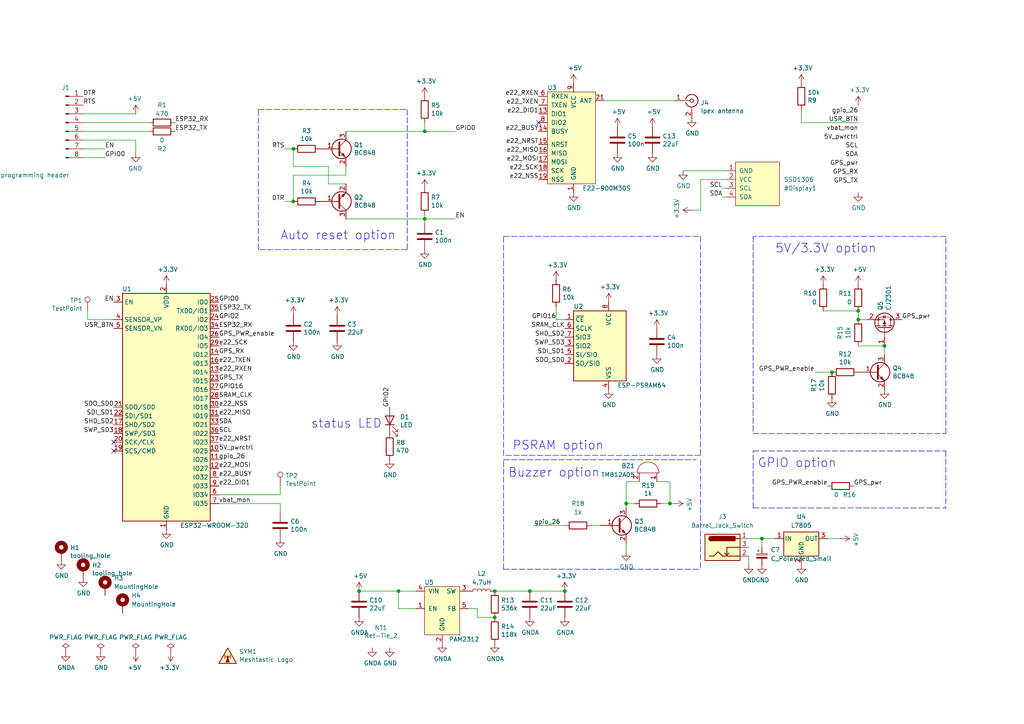
<source format=kicad_sch>
(kicad_sch (version 20250114) (generator "eeschema") (generator_version "9.0")
  (paper "A4")
  (title_block (title "Meshtastic DIY 1W board") (date "2022-01-06") (rev "2.1"))
  (lib_symbols
    (symbol "Connector:Barrel_Jack_Switch" (pin_names (hide yes))
      (property "Reference" "J" (at 0 5.334 0))
      (property "Value" "Barrel_Jack_Switch" (at 0 -5.08 0))
      (symbol "Barrel_Jack_Switch_1_1"
        (pin passive line (at 7.62 2.54 180) (length 2.54) (name "~") (number "1"))
        (pin passive line (at 7.62 0 180) (length 2.54) (name "~") (number "3"))
        (pin passive line (at 7.62 -2.54 180) (length 2.54) (name "~") (number "2"))
      )
    )
    (symbol "Connector:Conn_01x08_Pin" (pin_names (offset 1.016) (hide yes))
      (property "Reference" "J" (at 0 10.16 0))
      (property "Value" "Conn_01x08_Pin" (at 0 -12.7 0))
      (symbol "Conn_01x08_Pin_1_1"
        (pin passive line (at 5.08 7.62 180) (length 3.81) (name "Pin_1") (number "1"))
        (pin passive line (at 5.08 5.08 180) (length 3.81) (name "Pin_2") (number "2"))
        (pin passive line (at 5.08 2.54 180) (length 3.81) (name "Pin_3") (number "3"))
        (pin passive line (at 5.08 0 180) (length 3.81) (name "Pin_4") (number "4"))
        (pin passive line (at 5.08 -2.54 180) (length 3.81) (name "Pin_5") (number "5"))
        (pin passive line (at 5.08 -5.08 180) (length 3.81) (name "Pin_6") (number "6"))
        (pin passive line (at 5.08 -7.62 180) (length 3.81) (name "Pin_7") (number "7"))
        (pin passive line (at 5.08 -10.16 180) (length 3.81) (name "Pin_8") (number "8"))
      )
    )
    (symbol "Connector:Conn_Coaxial" (pin_names (offset 1.016) (hide yes))
      (property "Reference" "J" (at 0.254 3.048 0))
      (property "Value" "Conn_Coaxial" (at 2.921 0 90))
      (symbol "Conn_Coaxial_1_1"
        (pin passive line (at -5.08 0 0) (length 2.54) (name "In") (number "1"))
        (pin passive line (at 0 -5.08 90) (length 2.54) (name "Ext") (number "2"))
      )
    )
    (symbol "Connector:TestPoint" (pin_numbers (hide yes)) (pin_names (offset 0.762) (hide yes))
      (property "Reference" "TP" (at 0 6.858 0))
      (property "Value" "TestPoint" (at 0 5.08 0))
      (symbol "TestPoint_1_1"
        (pin passive line (at 0 0 90) (length 2.54) (name "1") (number "1"))
      )
    )
    (symbol "Device:Buzzer" (pin_names (offset 0.0254) (hide yes))
      (property "Reference" "BZ" (at 3.81 1.27 0))
      (property "Value" "Buzzer" (at 3.81 -1.27 0))
      (symbol "Buzzer_1_1"
        (pin passive line (at -2.54 2.54 0) (length 2.54) (name "+") (number "1"))
        (pin passive line (at -2.54 -2.54 0) (length 2.54) (name "-") (number "2"))
      )
    )
    (symbol "Device:C" (pin_numbers (hide yes)) (pin_names (offset 0.254))
      (property "Reference" "C" (at 0.635 2.54 0))
      (property "Value" "C" (at 0.635 -2.54 0))
      (symbol "C_1_1"
        (pin passive line (at 0 3.81 270) (length 2.794) (name "~") (number "1"))
        (pin passive line (at 0 -3.81 90) (length 2.794) (name "~") (number "2"))
      )
    )
    (symbol "Device:C_Polarized_Small" (pin_numbers (hide yes)) (pin_names (offset 0.254) (hide yes))
      (property "Reference" "C" (at 0.254 1.778 0))
      (property "Value" "C_Polarized_Small" (at 0.254 -2.032 0))
      (symbol "C_Polarized_Small_1_1"
        (pin passive line (at 0 2.54 270) (length 1.8542) (name "~") (number "1"))
        (pin passive line (at 0 -2.54 90) (length 1.8542) (name "~") (number "2"))
      )
    )
    (symbol "Device:L" (pin_numbers (hide yes)) (pin_names (offset 1.016) (hide yes))
      (property "Reference" "L" (at -1.27 0 90))
      (property "Value" "L" (at 1.905 0 90))
      (symbol "L_1_1"
        (pin passive line (at 0 3.81 270) (length 1.27) (name "1") (number "1"))
        (pin passive line (at 0 -3.81 90) (length 1.27) (name "2") (number "2"))
      )
    )
    (symbol "Device:LED" (pin_numbers (hide yes)) (pin_names (offset 1.016) (hide yes))
      (property "Reference" "D" (at 0 2.54 0))
      (property "Value" "LED" (at 0 -2.54 0))
      (symbol "LED_1_1"
        (pin passive line (at -3.81 0 0) (length 2.54) (name "K") (number "1"))
        (pin passive line (at 3.81 0 180) (length 2.54) (name "A") (number "2"))
      )
    )
    (symbol "Device:Q_PMOS_GSD" (pin_names (offset 0) (hide yes))
      (property "Reference" "Q" (at 5.08 1.27 0))
      (property "Value" "Q_PMOS_GSD" (at 5.08 -1.27 0))
      (symbol "Q_PMOS_GSD_1_1"
        (pin input line (at -5.08 0 0) (length 2.54) (name "G") (number "1"))
        (pin passive line (at 2.54 5.08 270) (length 2.54) (name "D") (number "3"))
        (pin passive line (at 2.54 -5.08 90) (length 2.54) (name "S") (number "2"))
      )
    )
    (symbol "Device:R" (pin_numbers (hide yes)) (pin_names (offset 0))
      (property "Reference" "R" (at 2.032 0 90))
      (property "Value" "R" (at 0 0 90))
      (symbol "R_1_1"
        (pin passive line (at 0 3.81 270) (length 1.27) (name "~") (number "1"))
        (pin passive line (at 0 -3.81 90) (length 1.27) (name "~") (number "2"))
      )
    )
    (symbol "Graphic:SYM_Radio_Waves_Small" (in_bom no) (on_board no))
    (symbol "Mechanical:MountingHole_Pad" (pin_numbers (hide yes)) (pin_names (offset 1.016) (hide yes)) (in_bom no)
      (property "Reference" "H" (at 0 6.35 0))
      (property "Value" "MountingHole_Pad" (at 0 4.445 0))
      (symbol "MountingHole_Pad_1_1"
        (pin input line (at 0 -2.54 90) (length 2.54) (name "1") (number "1"))
      )
    )
    (symbol "Memory_RAM:ESP-PSRAM32"
      (property "Reference" "U" (at 3.81 11.43 0))
      (property "Value" "ESP-PSRAM32" (at -1.27 -11.43 0))
      (symbol "ESP-PSRAM32_1_1"
        (pin power_in line (at -2.54 12.7 270) (length 2.54) (name "VCC") (number "8"))
        (pin power_in line (at -2.54 -12.7 90) (length 2.54) (name "VSS") (number "4"))
        (pin input line (at 10.16 7.62 180) (length 2.54) (name "~{CE}") (number "1"))
        (pin output line (at 10.16 5.08 180) (length 2.54) (name "SCLK") (number "6"))
        (pin bidirectional line (at 10.16 2.54 180) (length 2.54) (name "SIO3") (number "7"))
        (pin bidirectional line (at 10.16 0 180) (length 2.54) (name "SIO2") (number "3"))
        (pin input line (at 10.16 -2.54 180) (length 2.54) (name "SI/SIO") (number "5"))
        (pin output line (at 10.16 -5.08 180) (length 2.54) (name "SO/SIO") (number "2"))
      )
    )
    (symbol "RF_Module:ESP32-WROOM-32D"
      (property "Reference" "U" (at -12.7 34.29 0))
      (property "Value" "ESP32-WROOM-32D" (at 1.27 34.29 0))
      (symbol "ESP32-WROOM-32D_1_1"
        (pin input line (at -15.24 30.48 0) (length 2.54) (name "EN") (number "3"))
        (pin input line (at -15.24 25.4 0) (length 2.54) (name "SENSOR_VP") (number "4"))
        (pin input line (at -15.24 22.86 0) (length 2.54) (name "SENSOR_VN") (number "5"))
        (pin bidirectional line (at -15.24 0 0) (length 2.54) (name "SDO/SD0") (number "21"))
        (pin bidirectional line (at -15.24 -2.54 0) (length 2.54) (name "SDI/SD1") (number "22"))
        (pin bidirectional line (at -15.24 -5.08 0) (length 2.54) (name "SHD/SD2") (number "17"))
        (pin bidirectional line (at -15.24 -7.62 0) (length 2.54) (name "SWP/SD3") (number "18"))
        (pin bidirectional line (at -15.24 -10.16 0) (length 2.54) (name "SCK/CLK") (number "20"))
        (pin bidirectional line (at -15.24 -12.7 0) (length 2.54) (name "SCS/CMD") (number "19"))
        (pin no_connect line (at -12.7 -27.94 0) (length 2.54) (hide yes) (name "NC") (number "32"))
        (pin power_in line (at 0 35.56 270) (length 2.54) (name "VDD") (number "2"))
        (pin power_in line (at 0 -35.56 90) (length 2.54) (name "GND") (number "1"))
        (pin passive line (at 0 -35.56 90) (length 2.54) (hide yes) (name "GND") (number "15"))
        (pin passive line (at 0 -35.56 90) (length 2.54) (hide yes) (name "GND") (number "38"))
        (pin passive line (at 0 -35.56 90) (length 2.54) (hide yes) (name "GND") (number "39"))
        (pin bidirectional line (at 15.24 30.48 180) (length 2.54) (name "IO0") (number "25"))
        (pin bidirectional line (at 15.24 27.94 180) (length 2.54) (name "TXD0/IO1") (number "35"))
        (pin bidirectional line (at 15.24 25.4 180) (length 2.54) (name "IO2") (number "24"))
        (pin bidirectional line (at 15.24 22.86 180) (length 2.54) (name "RXD0/IO3") (number "34"))
        (pin bidirectional line (at 15.24 20.32 180) (length 2.54) (name "IO4") (number "26"))
        (pin bidirectional line (at 15.24 17.78 180) (length 2.54) (name "IO5") (number "29"))
        (pin bidirectional line (at 15.24 15.24 180) (length 2.54) (name "IO12") (number "14"))
        (pin bidirectional line (at 15.24 12.7 180) (length 2.54) (name "IO13") (number "16"))
        (pin bidirectional line (at 15.24 10.16 180) (length 2.54) (name "IO14") (number "13"))
        (pin bidirectional line (at 15.24 7.62 180) (length 2.54) (name "IO15") (number "23"))
        (pin bidirectional line (at 15.24 5.08 180) (length 2.54) (name "IO16") (number "27"))
        (pin bidirectional line (at 15.24 2.54 180) (length 2.54) (name "IO17") (number "28"))
        (pin bidirectional line (at 15.24 0 180) (length 2.54) (name "IO18") (number "30"))
        (pin bidirectional line (at 15.24 -2.54 180) (length 2.54) (name "IO19") (number "31"))
        (pin bidirectional line (at 15.24 -5.08 180) (length 2.54) (name "IO21") (number "33"))
        (pin bidirectional line (at 15.24 -7.62 180) (length 2.54) (name "IO22") (number "36"))
        (pin bidirectional line (at 15.24 -10.16 180) (length 2.54) (name "IO23") (number "37"))
        (pin bidirectional line (at 15.24 -12.7 180) (length 2.54) (name "IO25") (number "10"))
        (pin bidirectional line (at 15.24 -15.24 180) (length 2.54) (name "IO26") (number "11"))
        (pin bidirectional line (at 15.24 -17.78 180) (length 2.54) (name "IO27") (number "12"))
        (pin bidirectional line (at 15.24 -20.32 180) (length 2.54) (name "IO32") (number "8"))
        (pin bidirectional line (at 15.24 -22.86 180) (length 2.54) (name "IO33") (number "9"))
        (pin input line (at 15.24 -25.4 180) (length 2.54) (name "IO34") (number "6"))
        (pin input line (at 15.24 -27.94 180) (length 2.54) (name "IO35") (number "7"))
      )
    )
    (symbol "Regulator_Linear:L7805" (pin_names (offset 0.254))
      (property "Reference" "U" (at -3.81 3.175 0))
      (property "Value" "L7805" (at 0 3.175 0))
      (symbol "L7805_1_1"
        (pin power_in line (at -7.62 0 0) (length 2.54) (name "IN") (number "1"))
        (pin power_in line (at 0 -7.62 90) (length 2.54) (name "GND") (number "2"))
        (pin power_out line (at 7.62 0 180) (length 2.54) (name "OUT") (number "3"))
      )
    )
    (symbol "Transistor_BJT:BC848" (pin_names (offset 0) (hide yes))
      (property "Reference" "Q" (at 5.08 1.905 0))
      (property "Value" "BC848" (at 5.08 0 0))
      (symbol "BC848_1_1"
        (pin input line (at -5.08 0 0) (length 5.715) (name "B") (number "1"))
        (pin passive line (at 2.54 5.08 270) (length 2.54) (name "C") (number "3"))
        (pin passive line (at 2.54 -5.08 90) (length 2.54) (name "E") (number "2"))
      )
    )
    (symbol "custom_libraries:SSD1306" (pin_names (offset 1.016))
      (property "Reference" "Brd" (at 0 -3.81 0))
      (property "Value" "SSD1306" (at 0 -1.27 0))
      (symbol "SSD1306_1_1"
        (pin input line (at -3.81 8.89 270) (length 2.54) (name "GND") (number "1"))
        (pin input line (at -1.27 8.89 270) (length 2.54) (name "VCC") (number "2"))
        (pin input line (at 1.27 8.89 270) (length 2.54) (name "SCL") (number "3"))
        (pin input line (at 3.81 8.89 270) (length 2.54) (name "SDA") (number "4"))
      )
    )
    (symbol "custom_parts:E22-900M30S" (pin_names (offset 1.016))
      (property "Reference" "U" (at 5.08 13.97 0))
      (property "Value" "E22-900M30S" (at 5.08 -6.35 90))
      (symbol "E22-900M30S_1_1"
        (pin input line (at -10.16 11.43 0) (length 2.54) (name "RXEN") (number "6"))
        (pin input line (at -10.16 8.89 0) (length 2.54) (name "TXEN") (number "7"))
        (pin bidirectional line (at -10.16 6.35 0) (length 2.54) (name "DIO1") (number "13"))
        (pin bidirectional line (at -10.16 3.81 0) (length 2.54) (name "DIO2") (number "8"))
        (pin output line (at -10.16 1.27 0) (length 2.54) (name "BUSY") (number "14"))
        (pin input line (at -10.16 -2.54 0) (length 2.54) (name "NRST") (number "15"))
        (pin output line (at -10.16 -5.08 0) (length 2.54) (name "MISO") (number "16"))
        (pin input line (at -10.16 -7.62 0) (length 2.54) (name "MOSI") (number "17"))
        (pin input line (at -10.16 -10.16 0) (length 2.54) (name "SCK") (number "18"))
        (pin input line (at -10.16 -12.7 0) (length 2.54) (name "NSS") (number "19"))
        (pin power_in line (at 0 15.24 270) (length 2.54) (hide yes) (name "VCC") (number "10"))
        (pin power_in line (at 0 15.24 270) (length 2.54) (name "VCC") (number "9"))
        (pin power_in line (at 0 -16.51 90) (length 2.54) (name "GND") (number "1"))
        (pin power_in line (at 0 -16.51 90) (length 2.54) (hide yes) (name "GND") (number "11"))
        (pin power_in line (at 0 -16.51 90) (length 2.54) (hide yes) (name "GND") (number "12"))
        (pin power_in line (at 0 -16.51 90) (length 2.54) (hide yes) (name "GND") (number "2"))
        (pin power_in line (at 0 -16.51 90) (length 2.54) (hide yes) (name "GND") (number "20"))
        (pin power_in line (at 0 -16.51 90) (length 2.54) (hide yes) (name "GND") (number "22"))
        (pin power_in line (at 0 -16.51 90) (length 2.54) (hide yes) (name "GND") (number "3"))
        (pin power_in line (at 0 -16.51 90) (length 2.54) (hide yes) (name "GND") (number "4"))
        (pin power_in line (at 0 -16.51 90) (length 2.54) (hide yes) (name "GND") (number "5"))
        (pin power_out line (at 8.89 10.16 180) (length 2.54) (name "ANT") (number "21"))
      )
    )
    (symbol "custom_parts:PAM2312" (pin_names (offset 1.016))
      (property "Reference" "U" (at -3.81 12.7 0))
      (property "Value" "PAM2312" (at 6.35 -5.08 0))
      (symbol "PAM2312_1_1"
        (pin power_in line (at -7.62 8.89 0) (length 2.54) (name "VIN") (number "4"))
        (pin input line (at -7.62 3.81 0) (length 2.54) (name "EN") (number "1"))
        (pin power_in line (at 0 -6.35 90) (length 2.54) (name "GND") (number "2"))
        (pin output line (at 7.62 8.89 180) (length 2.54) (name "SW") (number "3"))
        (pin input line (at 7.62 3.81 180) (length 2.54) (name "FB") (number "5"))
      )
    )
    (symbol "power:+3.3V" (power) (pin_numbers (hide yes)) (pin_names (offset 0) (hide yes))
      (property "Value" "+3.3V" (at 0 3.556 0))
      (symbol "+3.3V_1_1"
        (pin power_in line (at 0 0 90) (length 0) (name "~") (number "1"))
      )
    )
    (symbol "power:+5V" (power) (pin_numbers (hide yes)) (pin_names (offset 0) (hide yes))
      (property "Value" "+5V" (at 0 3.556 0))
      (symbol "+5V_1_1"
        (pin power_in line (at 0 0 90) (length 0) (name "~") (number "1"))
      )
    )
    (symbol "power:GND" (power) (pin_numbers (hide yes)) (pin_names (offset 0) (hide yes))
      (property "Value" "GND" (at 0 -3.81 0))
      (symbol "GND_1_1"
        (pin power_in line (at 0 0 270) (length 0) (name "~") (number "1"))
      )
    )
    (symbol "power:GNDA" (power) (pin_numbers (hide yes)) (pin_names (offset 0) (hide yes))
      (property "Value" "GNDA" (at 0 -3.81 0))
      (symbol "GNDA_1_1"
        (pin power_in line (at 0 0 270) (length 0) (name "~") (number "1"))
      )
    )
    (symbol "power:PWR_FLAG" (power) (pin_numbers (hide yes)) (pin_names (offset 0) (hide yes))
      (property "Value" "PWR_FLAG" (at 0 3.81 0))
      (symbol "PWR_FLAG_0_0"
        (pin power_out line (at 0 0 90) (length 0) (name "~") (number "1"))
      )
    )
  )
  (text "PSRAM option" (at 148.59 130.81 0) (effects (font (size 2.54 2.54)) (justify left bottom)))
  (text "GPIO option" (at 219.71 135.89 0) (effects (font (size 2.54 2.54)) (justify left bottom)))
  (text "5V/3.3V option" (at 224.79 73.66 0) (effects (font (size 2.54 2.54)) (justify left bottom)))
  (text "Auto reset option" (at 81.28 69.85 0) (effects (font (size 2.54 2.54)) (justify left bottom)))
  (text "status LED\n" (at 90.17 124.46 0) (effects (font (size 2.54 2.54)) (justify left bottom)))
  (text "Buzzer option" (at 147.32 138.684 0) (effects (font (size 2.54 2.54)) (justify left bottom)))
  (junction (at 123.19 38.1))
  (junction (at 256.54 100.33))
  (junction (at 143.51 179.07))
  (junction (at 241.3 107.95))
  (junction (at 181.61 146.05))
  (junction (at 153.67 171.45))
  (junction (at 104.14 171.45))
  (junction (at 85.09 43.18))
  (junction (at 163.83 171.45))
  (junction (at 85.09 58.42))
  (junction (at 115.57 171.45))
  (junction (at 248.92 92.71))
  (junction (at 143.51 171.45))
  (junction (at 248.92 90.17))
  (junction (at 194.31 146.05))
  (junction (at 220.98 156.21))
  (junction (at 123.19 63.5))
  (no_connect (at 33.02 130.81))
  (no_connect (at 33.02 128.27))
  (no_connect (at 156.21 35.56))
  (wire (pts (xy 194.31 139.7) (xy 194.31 146.05)))
  (wire (pts (xy 63.5 146.05) (xy 81.28 146.05)))
  (wire (pts (xy 85.09 50.8) (xy 85.09 58.42)))
  (wire (pts (xy 25.4 90.17) (xy 25.4 92.71)))
  (wire (pts (xy 39.37 44.45) (xy 39.37 40.64)))
  (wire (pts (xy 210.82 57.15) (xy 209.55 57.15)))
  (wire (pts (xy 210.82 54.61) (xy 209.55 54.61)))
  (wire (pts (xy 82.55 58.42) (xy 85.09 58.42)))
  (wire (pts (xy 238.76 90.17) (xy 248.92 90.17)))
  (wire (pts (xy 24.13 35.56) (xy 43.18 35.56)))
  (polyline (pts (xy 146.05 165.1) (xy 146.05 133.35)) (stroke (width 0) (type dash)))
  (wire (pts (xy 248.92 100.33) (xy 256.54 100.33)))
  (wire (pts (xy 82.55 43.18) (xy 85.09 43.18)))
  (wire (pts (xy 95.25 53.34) (xy 100.33 53.34)))
  (wire (pts (xy 217.17 156.21) (xy 220.98 156.21)))
  (wire (pts (xy 154.94 152.4) (xy 163.83 152.4)))
  (wire (pts (xy 143.51 171.45) (xy 153.67 171.45)))
  (wire (pts (xy 123.19 62.23) (xy 123.19 63.5)))
  (wire (pts (xy 100.33 38.1) (xy 123.19 38.1)))
  (wire (pts (xy 220.98 156.21) (xy 224.79 156.21)))
  (polyline (pts (xy 274.32 68.58) (xy 218.44 68.58)) (stroke (width 0) (type dash)))
  (wire (pts (xy 181.61 146.05) (xy 181.61 147.32)))
  (wire (pts (xy 63.5 143.51) (xy 81.28 143.51)))
  (wire (pts (xy 240.03 156.21) (xy 243.84 156.21)))
  (polyline (pts (xy 274.32 125.73) (xy 274.32 68.58)) (stroke (width 0) (type dash)))
  (wire (pts (xy 95.25 48.26) (xy 95.25 53.34)))
  (wire (pts (xy 203.2 60.96) (xy 200.66 60.96)))
  (polyline (pts (xy 203.2 132.08) (xy 146.05 132.08)) (stroke (width 0) (type dash)))
  (wire (pts (xy 85.09 50.8) (xy 100.33 50.8)))
  (polyline (pts (xy 203.2 68.58) (xy 203.2 132.08)) (stroke (width 0) (type dash)))
  (wire (pts (xy 181.61 146.05) (xy 184.15 146.05)))
  (wire (pts (xy 138.43 179.07) (xy 143.51 179.07)))
  (polyline (pts (xy 118.11 31.75) (xy 118.11 72.39)) (stroke (width 0) (type dash)))
  (wire (pts (xy 24.13 38.1) (xy 43.18 38.1)))
  (wire (pts (xy 132.08 38.1) (xy 123.19 38.1)))
  (polyline (pts (xy 218.44 130.81) (xy 274.32 130.81)) (stroke (width 0) (type dash)))
  (wire (pts (xy 24.13 33.02) (xy 39.37 33.02)))
  (polyline (pts (xy 274.32 130.81) (xy 274.32 147.32)) (stroke (width 0) (type dash)))
  (wire (pts (xy 123.19 38.1) (xy 123.19 35.56)))
  (wire (pts (xy 163.83 92.71) (xy 161.29 92.71)))
  (wire (pts (xy 191.77 146.05) (xy 194.31 146.05)))
  (wire (pts (xy 236.22 107.95) (xy 241.3 107.95)))
  (wire (pts (xy 100.33 48.26) (xy 100.33 50.8)))
  (polyline (pts (xy 218.44 147.32) (xy 274.32 147.32)) (stroke (width 0) (type dash)))
  (wire (pts (xy 194.31 146.05) (xy 195.58 146.05)))
  (wire (pts (xy 220.98 156.21) (xy 220.98 158.75)))
  (polyline (pts (xy 146.05 165.1) (xy 203.2 165.1)) (stroke (width 0) (type dash)))
  (wire (pts (xy 210.82 52.07) (xy 203.2 52.07)))
  (wire (pts (xy 115.57 176.53) (xy 115.57 171.45)))
  (polyline (pts (xy 118.11 72.39) (xy 74.93 72.39)) (stroke (width 0) (type dash)))
  (wire (pts (xy 256.54 100.33) (xy 256.54 102.87)))
  (wire (pts (xy 123.19 63.5) (xy 123.19 64.77)))
  (wire (pts (xy 24.13 43.18) (xy 30.48 43.18)))
  (polyline (pts (xy 146.05 133.35) (xy 201.93 133.35)) (stroke (width 0) (type dash)))
  (wire (pts (xy 135.89 176.53) (xy 138.43 176.53)))
  (wire (pts (xy 81.28 143.51) (xy 81.28 140.97)))
  (wire (pts (xy 181.61 157.48) (xy 181.61 160.02)))
  (wire (pts (xy 171.45 152.4) (xy 173.99 152.4)))
  (wire (pts (xy 175.26 29.21) (xy 195.58 29.21)))
  (wire (pts (xy 217.17 161.29) (xy 217.17 163.83)))
  (wire (pts (xy 120.65 176.53) (xy 115.57 176.53)))
  (wire (pts (xy 24.13 45.72) (xy 30.48 45.72)))
  (wire (pts (xy 85.09 48.26) (xy 95.25 48.26)))
  (wire (pts (xy 100.33 63.5) (xy 123.19 63.5)))
  (wire (pts (xy 248.92 90.17) (xy 248.92 92.71)))
  (polyline (pts (xy 203.2 133.35) (xy 203.2 165.1)) (stroke (width 0) (type dash)))
  (wire (pts (xy 181.61 139.7) (xy 181.61 146.05)))
  (wire (pts (xy 104.14 171.45) (xy 115.57 171.45)))
  (wire (pts (xy 81.28 146.05) (xy 81.28 148.59)))
  (wire (pts (xy 248.92 92.71) (xy 251.46 92.71)))
  (polyline (pts (xy 146.05 132.08) (xy 146.05 68.58)) (stroke (width 0) (type dash)))
  (wire (pts (xy 185.42 139.7) (xy 181.61 139.7)))
  (wire (pts (xy 123.19 63.5) (xy 132.08 63.5)))
  (polyline (pts (xy 146.05 68.58) (xy 203.2 68.58)) (stroke (width 0) (type dash)))
  (wire (pts (xy 161.29 88.9) (xy 161.29 92.71)))
  (wire (pts (xy 198.12 49.53) (xy 210.82 49.53)))
  (polyline (pts (xy 218.44 147.32) (xy 218.44 130.81)) (stroke (width 0) (type dash)))
  (polyline (pts (xy 218.44 68.58) (xy 218.44 125.73)) (stroke (width 0) (type dash)))
  (polyline (pts (xy 74.93 72.39) (xy 74.93 31.75)) (stroke (width 0) (type dash)))
  (wire (pts (xy 115.57 171.45) (xy 120.65 171.45)))
  (wire (pts (xy 232.41 31.75) (xy 232.41 35.56)))
  (polyline (pts (xy 74.93 31.75) (xy 118.11 31.75)) (stroke (width 0) (type dash)))
  (wire (pts (xy 24.13 40.64) (xy 39.37 40.64)))
  (wire (pts (xy 138.43 176.53) (xy 138.43 179.07)))
  (wire (pts (xy 85.09 43.18) (xy 85.09 48.26)))
  (wire (pts (xy 248.92 35.56) (xy 232.41 35.56)))
  (wire (pts (xy 203.2 52.07) (xy 203.2 60.96)))
  (wire (pts (xy 153.67 171.45) (xy 163.83 171.45)))
  (wire (pts (xy 25.4 92.71) (xy 33.02 92.71)))
  (polyline (pts (xy 218.44 125.73) (xy 274.32 125.73)) (stroke (width 0) (type dash)))
  (wire (pts (xy 190.5 139.7) (xy 194.31 139.7)))
  (label "GPS_pwr" (at 261.62 92.71 0))
  (label "GPIO2" (at 113.03 118.11 90))
  (label "USR_BTN" (at 248.92 35.56 180))
  (label "SRAM_CLK" (at 163.83 95.25 180))
  (label "SDI_SD1" (at 163.83 102.87 180))
  (label "USR_BTN" (at 33.02 95.25 180))
  (label "e22_SCK" (at 156.21 49.53 180))
  (label "DTR" (at 82.55 58.42 180))
  (label "RTS" (at 82.55 43.18 180))
  (label "5V_pwrctrl" (at 248.92 40.64 180))
  (label "gpio_26" (at 154.94 152.4 0))
  (label "e22_MISO" (at 63.5 120.65 0))
  (label "e22_DIO1" (at 156.21 33.02 180))
  (label "SDA" (at 209.55 57.15 180))
  (label "GPIO0" (at 30.48 45.72 0))
  (label "ESP32_TX" (at 63.5 90.17 0))
  (label "ESP32_TX" (at 50.8 38.1 0))
  (label "e22_NRST" (at 63.5 128.27 0))
  (label "SCL" (at 209.55 54.61 180))
  (label "SWP_SD3" (at 33.02 125.73 180))
  (label "SHD_SD2" (at 33.02 123.19 180))
  (label "SDA" (at 248.92 45.72 180))
  (label "GPS_PWR_enable" (at 240.03 140.97 180))
  (label "e22_NSS" (at 63.5 118.11 0))
  (label "SDO_SD0" (at 163.83 105.41 180))
  (label "EN" (at 30.48 43.18 0))
  (label "SDI_SD1" (at 33.02 120.65 180))
  (label "GPS_pwr" (at 247.65 140.97 0))
  (label "e22_BUSY" (at 156.21 38.1 180))
  (label "GPIO16" (at 161.29 92.71 180))
  (label "e22_TXEN" (at 156.21 30.48 180))
  (label "e22_MISO" (at 156.21 44.45 180))
  (label "SRAM_CLK" (at 63.5 115.57 0))
  (label "EN" (at 132.08 63.5 0))
  (label "EN" (at 33.02 87.63 180))
  (label "GPS_PWR_enable" (at 236.22 107.95 180))
  (label "GPS_TX" (at 63.5 110.49 0))
  (label "e22_NRST" (at 156.21 41.91 180))
  (label "GPS_PWR_enable" (at 63.5 97.79 0))
  (label "SDA" (at 63.5 123.19 0))
  (label "e22_RXEN" (at 156.21 27.94 180))
  (label "DTR" (at 24.13 27.94 0))
  (label "e22_SCK" (at 63.5 100.33 0))
  (label "ESP32_RX" (at 63.5 95.25 0))
  (label "e22_MOSI" (at 156.21 46.99 180))
  (label "e22_RXEN" (at 63.5 107.95 0))
  (label "GPIO2" (at 63.5 92.71 0))
  (label "GPIO16" (at 63.5 113.03 0))
  (label "e22_NSS" (at 156.21 52.07 180))
  (label "GPS_RX" (at 63.5 102.87 0))
  (label "e22_DIO1" (at 63.5 140.97 0))
  (label "GPIO0" (at 63.5 87.63 0))
  (label "SCL" (at 63.5 125.73 0))
  (label "5V_pwrctrl" (at 63.5 130.81 0))
  (label "e22_MOSI" (at 63.5 135.89 0))
  (label "SWP_SD3" (at 163.83 100.33 180))
  (label "GPIO0" (at 132.08 38.1 0))
  (label "gpio_26" (at 248.92 33.02 180))
  (label "vbat_mon" (at 248.92 38.1 180))
  (label "e22_BUSY" (at 63.5 138.43 0))
  (label "e22_TXEN" (at 63.5 105.41 0))
  (label "ESP32_RX" (at 50.8 35.56 0))
  (label "gpio_26" (at 63.5 133.35 0))
  (label "SCL" (at 248.92 43.18 180))
  (label "GPS_RX" (at 248.92 50.8 180))
  (label "GPS_TX" (at 248.92 53.34 180))
  (label "GPS_pwr" (at 248.92 48.26 180))
  (label "RTS" (at 24.13 30.48 0))
  (label "vbat_mon" (at 63.5 146.05 0))
  (label "SDO_SD0" (at 33.02 118.11 180))
  (label "SHD_SD2" (at 163.83 97.79 180))
  (symbol (lib_id "RF_Module:ESP32-WROOM-32D") (at 48.26 118.11 0) (unit 1)
    (property "Reference" "U1" (at 36.83 83.82 0))
    (property "Value" "ESP32-WROOM-32D" (at 62.23 152.4 0))
    (property "Footprint" "RF_Module:ESP32-WROOM-32D" (effects (hide yes)))
    (property "Datasheet" "https://www.espressif.com/sites/default/files/documentation/esp32-wroom-32d_esp32-wroom-32u_datasheet_en.pdf" (effects (hide yes)))
  )
  (symbol (lib_id "Memory_RAM:ESP-PSRAM32") (at 173.99 100.33 0) (mirror y) (unit 1)
    (property "Reference" "U2" (at 166.37 88.9 0) (effects (justify right)))
    (property "Value" "ESP-PSRAM64" (at 179.07 111.76 0) (effects (justify right)))
    (property "Footprint" "Package_SO:SOIC-8_3.9x4.9mm_P1.27mm" (effects (hide yes)))
    (property "LCSC#" "C261881" (effects (hide yes)))
    (property "Config" "-core,-autoprog" (effects (hide yes)))
  )
  (symbol (lib_id "Device:R") (at 161.29 85.09 180) (unit 1)
    (property "Reference" "R6" (at 163.068 83.9216 0) (effects (justify right)))
    (property "Value" "10k" (at 163.068 86.233 0) (effects (justify right)))
    (property "Footprint" "Resistor_SMD:R_0603_1608Metric" (effects (hide yes)))
    (property "LCSC#" "C98220" (effects (hide yes)))
    (property "Config" "-core,-autoprog" (effects (hide yes)))
  )
  (symbol (lib_id "power:+3.3V") (at 161.29 81.28 0) (unit 1)
    (property "Reference" "#PWR05" (effects (hide yes)))
    (property "Value" "+3.3V" (at 161.671 76.8858 0))
  )
  (symbol (lib_id "power:+3.3V") (at 176.53 87.63 0) (unit 1)
    (property "Reference" "#PWR08" (effects (hide yes)))
    (property "Value" "+3.3V" (at 176.911 83.2358 0))
  )
  (symbol (lib_id "power:GND") (at 176.53 113.03 0) (unit 1)
    (property "Reference" "#PWR09" (effects (hide yes)))
    (property "Value" "GND" (at 176.657 117.4242 0))
  )
  (symbol (lib_id "power:GND") (at 48.26 153.67 0) (unit 1)
    (property "Reference" "#PWR03" (effects (hide yes)))
    (property "Value" "GND" (at 48.387 158.0642 0))
  )
  (symbol (lib_id "power:GND") (at 166.37 55.88 0) (unit 1)
    (property "Reference" "#PWR014" (effects (hide yes)))
    (property "Value" "GND" (at 166.497 60.2742 0))
  )
  (symbol (lib_id "power:+5V") (at 166.37 24.13 0) (unit 1)
    (property "Reference" "#PWR013" (effects (hide yes)))
    (property "Value" "+5V" (at 166.751 19.7358 0))
  )
  (symbol (lib_id "custom_parts:E22-900M30S") (at 166.37 39.37 0) (unit 1)
    (property "Reference" "U3" (at 158.75 25.4 0) (effects (justify left)))
    (property "Value" "E22-900M30S" (at 168.91 54.61 0) (effects (justify left)))
    (property "Footprint" "meshtastic-diy 1W:e22-900m30s-handsoldering" (effects (hide yes)))
    (property "Datasheet" "https://www.ebyte.com/en/downpdf.aspx?id=453" (effects (hide yes)))
    (property "LCSC#" "C411294" (effects (hide yes)))
  )
  (symbol (lib_id "Transistor_BJT:BC848") (at 97.79 43.18 0) (unit 1)
    (property "Reference" "Q1" (at 102.6414 42.0116 0) (effects (justify left)))
    (property "Value" "BC848" (at 102.6414 44.323 0) (effects (justify left)))
    (property "Footprint" "Package_TO_SOT_SMD:SOT-23" (effects (hide yes)))
    (property "Datasheet" "http://www.infineon.com/dgdl/Infineon-BC847SERIES_BC848SERIES_BC849SERIES_BC850SERIES-DS-v01_01-en.pdf?fileId=db3a304314dca389011541d4630a1657" (effects (hide yes)))
    (property "LCSC#" "C8577" (effects (hide yes)))
    (property "Config" "-core,-psram" (effects (hide yes)))
  )
  (symbol (lib_id "Transistor_BJT:BC848") (at 97.79 58.42 0) (mirror x) (unit 1)
    (property "Reference" "Q2" (at 102.6414 57.2516 0) (effects (justify left)))
    (property "Value" "BC848" (at 102.6414 59.563 0) (effects (justify left)))
    (property "Footprint" "Package_TO_SOT_SMD:SOT-23" (effects (hide yes)))
    (property "Datasheet" "http://www.infineon.com/dgdl/Infineon-BC847SERIES_BC848SERIES_BC849SERIES_BC850SERIES-DS-v01_01-en.pdf?fileId=db3a304314dca389011541d4630a1657" (effects (hide yes)))
    (property "LCSC#" "C8577" (effects (hide yes)))
    (property "Config" "-core,-psram" (effects (hide yes)))
  )
  (symbol (lib_id "Device:R") (at 88.9 43.18 90) (unit 1)
    (property "Reference" "R3" (at 88.9 37.9222 90))
    (property "Value" "10k" (at 88.9 40.2336 90))
    (property "Footprint" "Resistor_SMD:R_0603_1608Metric" (effects (hide yes)))
    (property "LCSC#" "C98220" (effects (hide yes)))
    (property "Config" "-core,-psram" (effects (hide yes)))
  )
  (symbol (lib_id "Device:R") (at 88.9 58.42 90) (unit 1)
    (property "Reference" "R4" (at 88.9 53.1622 90))
    (property "Value" "10k" (at 88.9 55.4736 90))
    (property "Footprint" "Resistor_SMD:R_0603_1608Metric" (effects (hide yes)))
    (property "LCSC#" "C98220" (effects (hide yes)))
    (property "Config" "-core,-psram" (effects (hide yes)))
  )
  (symbol (lib_id "Device:R") (at 123.19 31.75 180) (unit 1)
    (property "Reference" "R5" (at 124.968 30.5816 0) (effects (justify right)))
    (property "Value" "10k" (at 124.968 32.893 0) (effects (justify right)))
    (property "Footprint" "Resistor_SMD:R_0603_1608Metric" (effects (hide yes)))
    (property "LCSC#" "C98220" (effects (hide yes)))
  )
  (symbol (lib_id "power:+3.3V") (at 123.19 27.94 0) (unit 1)
    (property "Reference" "#PWR04" (effects (hide yes)))
    (property "Value" "+3.3V" (at 123.571 23.5458 0))
  )
  (symbol (lib_id "Device:R") (at 123.19 58.42 0) (mirror y) (unit 1)
    (property "Reference" "R7" (at 124.968 57.2516 0) (effects (justify right)))
    (property "Value" "10k" (at 124.968 59.563 0) (effects (justify right)))
    (property "Footprint" "Resistor_SMD:R_0603_1608Metric" (effects (hide yes)))
    (property "LCSC#" "C98220" (effects (hide yes)))
  )
  (symbol (lib_id "Device:C") (at 123.19 68.58 0) (unit 1)
    (property "Reference" "C1" (at 126.111 67.4116 0) (effects (justify left)))
    (property "Value" "100n" (at 126.111 69.723 0) (effects (justify left)))
    (property "Footprint" "Capacitor_SMD:C_0603_1608Metric" (effects (hide yes)))
    (property "LCSC#" "C519438" (effects (hide yes)))
  )
  (symbol (lib_id "power:+3.3V") (at 123.19 54.61 0) (unit 1)
    (property "Reference" "#PWR06" (effects (hide yes)))
    (property "Value" "+3.3V" (at 123.571 50.2158 0))
  )
  (symbol (lib_id "Device:R") (at 113.03 129.54 0) (unit 1)
    (property "Reference" "R8" (at 114.808 128.3716 0) (effects (justify left)))
    (property "Value" "470" (at 114.808 130.683 0) (effects (justify left)))
    (property "Footprint" "Resistor_SMD:R_0603_1608Metric" (effects (hide yes)))
    (property "LCSC#" "C23179" (effects (hide yes)))
  )
  (symbol (lib_id "power:GND") (at 113.03 133.35 0) (unit 1)
    (property "Reference" "#PWR010" (effects (hide yes)))
    (property "Value" "GND" (at 113.157 137.7442 0))
  )
  (symbol (lib_id "Device:LED") (at 113.03 121.92 90) (unit 1)
    (property "Reference" "D1" (at 116.0272 120.9294 90) (effects (justify right)))
    (property "Value" "LED" (at 116.0272 123.2408 90) (effects (justify right)))
    (property "Footprint" "Capacitor_SMD:C_0603_1608Metric_Pad1.08x0.95mm_HandSolder" (effects (hide yes)))
    (property "LCSC#" "C434421" (effects (hide yes)))
  )
  (symbol (lib_id "Device:R") (at 46.99 35.56 270) (unit 1)
    (property "Reference" "R1" (at 46.99 30.48 90))
    (property "Value" "470" (at 46.99 33.02 90))
    (property "Footprint" "Resistor_SMD:R_0603_1608Metric" (effects (hide yes)))
    (property "LCSC#" "C23179" (effects (hide yes)))
  )
  (symbol (lib_id "Device:R") (at 46.99 38.1 270) (mirror x) (unit 1)
    (property "Reference" "R2" (at 46.99 43.18 90))
    (property "Value" "0" (at 46.99 40.64 90))
    (property "Footprint" "Resistor_SMD:R_0603_1608Metric" (effects (hide yes)))
    (property "LCSC#" "C15402" (effects (hide yes)))
  )
  (symbol (lib_id "Connector:Conn_01x08_Pin") (at 19.05 35.56 0) (unit 1)
    (property "Reference" "J1" (at 19.05 25.4 0))
    (property "Value" "programming header" (at 10.16 50.8 0))
    (property "Footprint" "Connector_PinHeader_2.54mm:PinHeader_1x08_P2.54mm_Vertical" (effects (hide yes)))
    (property "Description" "Generic connector, single row, 01x08, script generated" (effects (hide yes)))
  )
  (symbol (lib_id "power:GND") (at 39.37 44.45 0) (mirror y) (unit 1)
    (property "Reference" "#PWR02" (effects (hide yes)))
    (property "Value" "GND" (at 39.243 48.8442 0))
  )
  (symbol (lib_id "Device:R") (at 232.41 27.94 180) (unit 1)
    (property "Reference" "R9" (at 234.188 29.1084 0) (effects (justify right)))
    (property "Value" "10k" (at 234.188 26.797 0) (effects (justify right)))
    (property "Footprint" "Resistor_SMD:R_0603_1608Metric" (effects (hide yes)))
    (property "LCSC#" "C98220" (effects (hide yes)))
  )
  (symbol (lib_id "power:+3.3V") (at 232.41 24.13 0) (unit 1)
    (property "Reference" "#PWR012" (effects (hide yes)))
    (property "Value" "+3.3V" (at 232.791 19.7358 0))
  )
  (symbol (lib_id "power:GND") (at 123.19 72.39 0) (unit 1)
    (property "Reference" "#PWR07" (effects (hide yes)))
    (property "Value" "GND" (at 123.317 76.7842 0))
  )
  (symbol (lib_id "Connector:Conn_Coaxial") (at 200.66 29.21 0) (unit 1)
    (property "Reference" "J4" (at 203.2 29.845 0) (effects (justify left)))
    (property "Value" "ipex antenna" (at 203.2 32.1564 0) (effects (justify left)))
    (property "Footprint" "meshtastic-diy 1W:U.FL_Molex_MCRF_73412-0110_horizontal" (effects (hide yes)))
    (property "LCSC#" "C411563" (effects (hide yes)))
  )
  (symbol (lib_id "Device:C") (at 85.09 95.25 0) (unit 1)
    (property "Reference" "C2" (at 88.011 94.0816 0) (effects (justify left)))
    (property "Value" "100n" (at 88.011 96.393 0) (effects (justify left)))
    (property "Footprint" "Capacitor_SMD:C_0603_1608Metric" (effects (hide yes)))
    (property "LCSC#" "C519438" (effects (hide yes)))
  )
  (symbol (lib_id "power:GND") (at 200.66 34.29 0) (unit 1)
    (property "Reference" "#PWR019" (effects (hide yes)))
    (property "Value" "GND" (at 200.787 38.6842 0))
  )
  (symbol (lib_id "power:GND") (at 85.09 99.06 0) (unit 1)
    (property "Reference" "#PWR021" (effects (hide yes)))
    (property "Value" "GND" (at 85.217 103.4542 0))
  )
  (symbol (lib_id "power:+3.3V") (at 85.09 91.44 0) (unit 1)
    (property "Reference" "#PWR020" (effects (hide yes)))
    (property "Value" "+3.3V" (at 85.471 87.0458 0))
  )
  (symbol (lib_id "power:GND") (at 97.79 99.06 0) (unit 1)
    (property "Reference" "#PWR023" (effects (hide yes)))
    (property "Value" "GND" (at 97.917 103.4542 0))
  )
  (symbol (lib_id "power:+3.3V") (at 97.79 91.44 0) (unit 1)
    (property "Reference" "#PWR022" (effects (hide yes)))
    (property "Value" "+3.3V" (at 98.171 87.0458 0))
  )
  (symbol (lib_id "Device:C") (at 190.5 99.06 0) (unit 1)
    (property "Reference" "C4" (at 193.421 97.8916 0) (effects (justify left)))
    (property "Value" "100n" (at 193.421 100.203 0) (effects (justify left)))
    (property "Footprint" "Capacitor_SMD:C_0603_1608Metric" (effects (hide yes)))
    (property "LCSC#" "C519438" (effects (hide yes)))
  )
  (symbol (lib_id "power:GND") (at 190.5 102.87 0) (unit 1)
    (property "Reference" "#PWR025" (effects (hide yes)))
    (property "Value" "GND" (at 190.627 107.2642 0))
  )
  (symbol (lib_id "power:+3.3V") (at 190.5 95.25 0) (unit 1)
    (property "Reference" "#PWR024" (effects (hide yes)))
    (property "Value" "+3.3V" (at 190.881 90.8558 0))
  )
  (symbol (lib_id "Device:C") (at 179.07 40.64 0) (unit 1)
    (property "Reference" "C5" (at 181.991 39.4716 0) (effects (justify left)))
    (property "Value" "100n" (at 181.991 41.783 0) (effects (justify left)))
    (property "Footprint" "Capacitor_SMD:C_0603_1608Metric" (effects (hide yes)))
    (property "LCSC#" "C519438" (effects (hide yes)))
  )
  (symbol (lib_id "power:GND") (at 179.07 44.45 0) (unit 1)
    (property "Reference" "#PWR027" (effects (hide yes)))
    (property "Value" "GND" (at 179.197 48.8442 0))
  )
  (symbol (lib_id "power:GNDA") (at 128.27 186.69 0) (unit 1)
    (property "Reference" "#PWR030" (effects (hide yes)))
    (property "Value" "GNDA" (at 128.397 191.0842 0))
  )
  (symbol (lib_id "power:GNDA") (at 143.51 186.69 0) (unit 1)
    (property "Reference" "#PWR031" (effects (hide yes)))
    (property "Value" "GNDA" (at 143.637 191.0842 0))
  )
  (symbol (lib_id "power:GNDA") (at 153.67 179.07 0) (unit 1)
    (property "Reference" "#PWR032" (effects (hide yes)))
    (property "Value" "GNDA" (at 153.797 183.4642 0))
  )
  (symbol (lib_id "power:GNDA") (at 163.83 179.07 0) (unit 1)
    (property "Reference" "#PWR033" (effects (hide yes)))
    (property "Value" "GNDA" (at 163.957 183.4642 0))
  )
  (symbol (lib_id "power:GNDA") (at 104.14 179.07 0) (unit 1)
    (property "Reference" "#PWR01" (effects (hide yes)))
    (property "Value" "GNDA" (at 104.267 183.4642 0))
  )
  (symbol (lib_id "power:GNDA") (at 107.95 187.96 0) (unit 1)
    (property "Reference" "#PWR028" (effects (hide yes)))
    (property "Value" "GNDA" (at 108.077 192.3542 0))
  )
  (symbol (lib_id "power:GND") (at 113.03 187.96 0) (unit 1)
    (property "Reference" "#PWR029" (effects (hide yes)))
    (property "Value" "GND" (at 113.157 192.3542 0))
  )
  (symbol (lib_id "Device:Net-Tie_2") (at 110.49 186.69 0) (unit 1)
    (property "Reference" "NT1" (at 110.49 182.0926 0))
    (property "Value" "Net-Tie_2" (at 110.49 184.404 0))
    (property "Footprint" "NetTie:NetTie-2_SMD_Pad0.5mm" (effects (hide yes)))
  )
  (symbol (lib_id "power:+3.3V") (at 48.26 82.55 0) (unit 1)
    (property "Reference" "#PWR0101" (effects (hide yes)))
    (property "Value" "+3.3V" (at 48.641 78.1558 0))
  )
  (symbol (lib_id "power:+3.3V") (at 163.83 171.45 0) (unit 1)
    (property "Reference" "#PWR026" (effects (hide yes)))
    (property "Value" "+3.3V" (at 164.211 167.0558 0))
  )
  (symbol (lib_id "Connector:Conn_01x11_Female") (at 257.81 36.83 0) (unit 1)
    (property "Reference" "J2" (at 258.5212 36.1696 0) (effects (justify left)))
    (property "Value" "oled/gps/external HW" (at 258.5212 38.481 0) (effects (justify left)))
    (property "Footprint" "Connector_PinHeader_2.54mm:PinHeader_1x11_P2.54mm_Vertical" (effects (hide yes)))
  )
  (symbol (lib_id "Device:L") (at 139.7 171.45 90) (unit 1)
    (property "Reference" "L2" (at 139.7 166.37 90))
    (property "Value" "4.7uH" (at 139.7 168.91 90))
    (property "Footprint" "meshtastic-diy 1W:chilsin_BMRA00040412" (effects (hide yes)))
    (property "LCSC#" "C136097" (effects (hide yes)))
  )
  (symbol (lib_id "custom_parts:PAM2312") (at 128.27 180.34 0) (unit 1)
    (property "Reference" "U5" (at 124.46 168.91 0))
    (property "Value" "PAM2312" (at 134.62 185.42 0))
    (property "Footprint" "Package_TO_SOT_SMD:SOT-23-5" (effects (hide yes)))
    (property "LCSC#" " C157537" (effects (hide yes)))
  )
  (symbol (lib_id "Device:R") (at 143.51 175.26 0) (unit 1)
    (property "Reference" "R13" (at 145.288 174.0916 0) (effects (justify left)))
    (property "Value" "536k" (at 145.288 176.403 0) (effects (justify left)))
    (property "Footprint" "Resistor_SMD:R_0603_1608Metric" (effects (hide yes)))
    (property "LCSC#" "C227955" (effects (hide yes)))
  )
  (symbol (lib_id "Device:R") (at 143.51 182.88 0) (unit 1)
    (property "Reference" "R14" (at 145.288 181.7116 0) (effects (justify left)))
    (property "Value" "118k" (at 145.288 184.023 0) (effects (justify left)))
    (property "Footprint" "Resistor_SMD:R_0603_1608Metric" (effects (hide yes)))
    (property "LCSC#" "C137804" (effects (hide yes)))
  )
  (symbol (lib_id "Device:C") (at 153.67 175.26 0) (unit 1)
    (property "Reference" "C11" (at 156.591 174.0916 0) (effects (justify left)))
    (property "Value" "22uF" (at 156.591 176.403 0) (effects (justify left)))
    (property "Footprint" "Capacitor_SMD:C_0603_1608Metric" (effects (hide yes)))
    (property "LCSC#" "C86295 " (effects (hide yes)))
  )
  (symbol (lib_id "Device:C") (at 163.83 175.26 0) (unit 1)
    (property "Reference" "C12" (at 166.751 174.0916 0) (effects (justify left)))
    (property "Value" "22uF" (at 166.751 176.403 0) (effects (justify left)))
    (property "Footprint" "Capacitor_SMD:C_0603_1608Metric" (effects (hide yes)))
    (property "LCSC#" "C86295 " (effects (hide yes)))
  )
  (symbol (lib_id "power:+3.3V") (at 248.92 30.48 0) (unit 1)
    (property "Reference" "#PWR0112" (effects (hide yes)))
    (property "Value" "+3.3V" (at 249.301 26.0858 0))
  )
  (symbol (lib_id "power:+5V") (at 104.14 171.45 0) (unit 1)
    (property "Reference" "#PWR0115" (effects (hide yes)))
    (property "Value" "+5V" (at 104.521 167.0558 0))
  )
  (symbol (lib_id "Device:C") (at 104.14 175.26 0) (unit 1)
    (property "Reference" "C10" (at 107.061 174.0916 0) (effects (justify left)))
    (property "Value" "22uF" (at 107.061 176.403 0) (effects (justify left)))
    (property "Footprint" "Capacitor_SMD:C_0603_1608Metric" (effects (hide yes)))
    (property "LCSC#" "C86295 " (effects (hide yes)))
  )
  (symbol (lib_id "power:GND") (at 248.92 55.88 0) (unit 1)
    (property "Reference" "#PWR0113" (effects (hide yes)))
    (property "Value" "GND" (at 249.047 60.2742 0))
  )
  (symbol (lib_id "Device:C") (at 189.23 40.64 0) (unit 1)
    (property "Reference" "C13" (at 192.151 39.4716 0) (effects (justify left)))
    (property "Value" "22uF" (at 192.151 41.783 0) (effects (justify left)))
    (property "Footprint" "Capacitor_SMD:C_0603_1608Metric" (effects (hide yes)))
    (property "LCSC#" "C86295 " (effects (hide yes)))
  )
  (symbol (lib_id "power:+5V") (at 179.07 36.83 0) (unit 1)
    (property "Reference" "#PWR034" (effects (hide yes)))
    (property "Value" "+5V" (at 179.451 32.4358 0))
  )
  (symbol (lib_id "power:+5V") (at 189.23 36.83 0) (unit 1)
    (property "Reference" "#PWR035" (effects (hide yes)))
    (property "Value" "+5V" (at 189.611 32.4358 0))
  )
  (symbol (lib_id "power:GND") (at 189.23 44.45 0) (unit 1)
    (property "Reference" "#PWR036" (effects (hide yes)))
    (property "Value" "GND" (at 189.357 48.8442 0))
  )
  (symbol (lib_id "Device:C") (at 97.79 95.25 0) (unit 1)
    (property "Reference" "C3" (at 100.711 94.0816 0) (effects (justify left)))
    (property "Value" "22uF" (at 100.711 96.393 0) (effects (justify left)))
    (property "Footprint" "Capacitor_SMD:C_0603_1608Metric" (effects (hide yes)))
    (property "LCSC#" "C86295" (effects (hide yes)))
  )
  (symbol (lib_id "power:+5V") (at 39.37 33.02 0) (mirror y) (unit 1)
    (property "Reference" "#PWR0102" (effects (hide yes)))
    (property "Value" "+5V" (at 38.989 28.6258 0))
  )
  (symbol (lib_id "power:+5V") (at 39.37 189.23 180) (unit 1)
    (property "Reference" "#PWR011" (effects (hide yes)))
    (property "Value" "+5V" (at 38.989 193.6242 0))
  )
  (symbol (lib_id "power:+3.3V") (at 49.53 189.23 180) (unit 1)
    (property "Reference" "#PWR015" (effects (hide yes)))
    (property "Value" "+3.3V" (at 49.149 193.6242 0))
  )
  (symbol (lib_id "Connector:TestPoint") (at 25.4 90.17 0) (mirror y) (unit 1)
    (property "Reference" "TP1" (at 23.9268 87.1728 0) (effects (justify left)))
    (property "Value" "TestPoint" (at 23.9268 89.4842 0) (effects (justify left)))
    (property "Footprint" "TestPoint:TestPoint_Pad_D1.0mm" (effects (hide yes)))
  )
  (symbol (lib_id "Device:C") (at 81.28 152.4 0) (unit 1)
    (property "Reference" "C6" (at 84.201 151.2316 0) (effects (justify left)))
    (property "Value" "100n" (at 84.201 153.543 0) (effects (justify left)))
    (property "Footprint" "Capacitor_SMD:C_0603_1608Metric" (effects (hide yes)))
    (property "LCSC#" "C519438" (effects (hide yes)))
  )
  (symbol (lib_id "power:GND") (at 81.28 156.21 0) (unit 1)
    (property "Reference" "#PWR0106" (effects (hide yes)))
    (property "Value" "GND" (at 81.407 160.6042 0))
  )
  (symbol (lib_id "power:PWR_FLAG") (at 49.53 189.23 0) (unit 1)
    (property "Reference" "#FLG0101" (effects (hide yes)))
    (property "Value" "PWR_FLAG" (at 49.53 184.8358 0))
  )
  (symbol (lib_id "power:PWR_FLAG") (at 39.37 189.23 0) (unit 1)
    (property "Reference" "#FLG0102" (effects (hide yes)))
    (property "Value" "PWR_FLAG" (at 39.37 184.8358 0))
  )
  (symbol (lib_id "power:GNDA") (at 19.05 189.23 0) (unit 1)
    (property "Reference" "#PWR0103" (effects (hide yes)))
    (property "Value" "GNDA" (at 19.177 193.6242 0))
  )
  (symbol (lib_id "power:GND") (at 29.21 189.23 0) (unit 1)
    (property "Reference" "#PWR0104" (effects (hide yes)))
    (property "Value" "GND" (at 29.337 193.6242 0))
  )
  (symbol (lib_id "power:PWR_FLAG") (at 19.05 189.23 0) (unit 1)
    (property "Reference" "#FLG0103" (effects (hide yes)))
    (property "Value" "PWR_FLAG" (at 19.05 184.8358 0))
  )
  (symbol (lib_id "power:PWR_FLAG") (at 29.21 189.23 0) (unit 1)
    (property "Reference" "#FLG0104" (effects (hide yes)))
    (property "Value" "PWR_FLAG" (at 29.21 184.8358 0))
  )
  (symbol (lib_id "Mechanical:MountingHole_Pad") (at 17.78 160.02 0) (unit 1) (in_bom no)
    (property "Reference" "H1" (at 20.32 158.8516 0) (effects (justify left)))
    (property "Value" "tooling_hole" (at 20.32 161.163 0) (effects (justify left)))
    (property "Footprint" "MountingHole:MountingHole_2.7mm_M2.5_Pad_Via" (effects (hide yes)))
    (property "Description" "Mounting Hole with connection" (effects (hide yes)))
  )
  (symbol (lib_id "Mechanical:MountingHole_Pad") (at 24.13 165.1 0) (unit 1) (in_bom no)
    (property "Reference" "H2" (at 26.67 163.9316 0) (effects (justify left)))
    (property "Value" "tooling_hole" (at 26.67 166.243 0) (effects (justify left)))
    (property "Footprint" "MountingHole:MountingHole_2.2mm_M2_Pad_Via" (effects (hide yes)))
    (property "Description" "Mounting Hole with connection" (effects (hide yes)))
  )
  (symbol (lib_id "Graphic:SYM_Radio_Waves_Small") (at 66.04 190.5 0) (unit 1)
    (property "Reference" "SYM1" (at 69.342 189.0014 0) (effects (justify left)))
    (property "Value" "Meshtastic Logo" (at 69.342 191.3128 0) (effects (justify left)))
    (property "Footprint" "meshtastic-diy 1W:meshtastic_logo" (effects (hide yes)))
  )
  (symbol (lib_id "Connector:TestPoint") (at 81.28 140.97 0) (unit 1)
    (property "Reference" "TP2" (at 82.7532 137.9728 0) (effects (justify left)))
    (property "Value" "TestPoint" (at 82.7532 140.2842 0) (effects (justify left)))
    (property "Footprint" "TestPoint:TestPoint_Pad_D1.0mm" (effects (hide yes)))
  )
  (symbol (lib_id "Device:Q_PMOS_GSD") (at 256.54 95.25 270) (mirror x) (unit 1)
    (property "Reference" "Q5" (at 255.3716 90.043 0) (effects (justify left)))
    (property "Value" "CJ2301" (at 257.683 90.043 0) (effects (justify left)))
    (property "Footprint" "Package_TO_SOT_SMD:SOT-23" (effects (hide yes)))
    (property "LCSC#" "C8547" (effects (hide yes)))
  )
  (symbol (lib_id "Device:R") (at 245.11 107.95 90) (unit 1)
    (property "Reference" "R12" (at 245.11 102.6922 90))
    (property "Value" "10k" (at 245.11 105.0036 90))
    (property "Footprint" "Resistor_SMD:R_0603_1608Metric" (effects (hide yes)))
    (property "LCSC#" "C98220" (effects (hide yes)))
    (property "Config" "-core,-psram" (effects (hide yes)))
  )
  (symbol (lib_id "Device:R") (at 248.92 96.52 180) (unit 1)
    (property "Reference" "R15" (at 243.6622 96.52 90))
    (property "Value" "10k" (at 245.9736 96.52 90))
    (property "Footprint" "Resistor_SMD:R_0603_1608Metric" (effects (hide yes)))
    (property "LCSC#" "C98220" (effects (hide yes)))
    (property "Config" "-core,-psram" (effects (hide yes)))
  )
  (symbol (lib_id "Transistor_BJT:BC848") (at 254 107.95 0) (unit 1)
    (property "Reference" "Q4" (at 258.8514 106.7816 0) (effects (justify left)))
    (property "Value" "BC848" (at 258.8514 109.093 0) (effects (justify left)))
    (property "Footprint" "Package_TO_SOT_SMD:SOT-23" (effects (hide yes)))
    (property "Datasheet" "http://www.infineon.com/dgdl/Infineon-BC847SERIES_BC848SERIES_BC849SERIES_BC850SERIES-DS-v01_01-en.pdf?fileId=db3a304314dca389011541d4630a1657" (effects (hide yes)))
    (property "LCSC#" "C8577" (effects (hide yes)))
    (property "Config" "-core,-psram" (effects (hide yes)))
  )
  (symbol (lib_id "power:+5V") (at 248.92 82.55 0) (unit 1)
    (property "Reference" "#PWR0107" (effects (hide yes)))
    (property "Value" "+5V" (at 249.301 78.1558 0))
  )
  (symbol (lib_id "power:GND") (at 256.54 113.03 0) (unit 1)
    (property "Reference" "#PWR0108" (effects (hide yes)))
    (property "Value" "GND" (at 256.667 117.4242 0))
  )
  (symbol (lib_id "Device:R") (at 243.84 140.97 270) (mirror x) (unit 1) (in_bom no)
    (property "Reference" "R16" (at 246.38 143.51 90))
    (property "Value" "0" (at 242.57 143.51 90))
    (property "Footprint" "Resistor_SMD:R_0603_1608Metric" (effects (hide yes)))
    (property "LCSC#" "C15402" (effects (hide yes)))
  )
  (symbol (lib_id "Device:R") (at 238.76 86.36 0) (mirror x) (unit 1)
    (property "Reference" "R10" (at 234.95 85.09 0))
    (property "Value" "0" (at 236.22 87.63 0))
    (property "Footprint" "Resistor_SMD:R_0603_1608Metric" (effects (hide yes)))
    (property "LCSC#" "C15402" (effects (hide yes)))
  )
  (symbol (lib_id "Device:R") (at 248.92 86.36 0) (mirror x) (unit 1)
    (property "Reference" "R11" (at 245.11 85.09 0))
    (property "Value" "0" (at 246.38 87.63 0))
    (property "Footprint" "Resistor_SMD:R_0603_1608Metric" (effects (hide yes)))
    (property "LCSC#" "C15402" (effects (hide yes)))
  )
  (symbol (lib_id "power:+3.3V") (at 238.76 82.55 0) (unit 1)
    (property "Reference" "#PWR016" (effects (hide yes)))
    (property "Value" "+3.3V" (at 239.141 78.1558 0))
  )
  (symbol (lib_id "Device:R") (at 241.3 111.76 180) (unit 1)
    (property "Reference" "R17" (at 236.0422 111.76 90))
    (property "Value" "10k" (at 238.3536 111.76 90))
    (property "Footprint" "Resistor_SMD:R_0603_1608Metric" (effects (hide yes)))
    (property "LCSC#" "C98220" (effects (hide yes)))
    (property "Config" "-core,-psram" (effects (hide yes)))
  )
  (symbol (lib_id "power:GND") (at 241.3 115.57 0) (unit 1)
    (property "Reference" "#PWR017" (effects (hide yes)))
    (property "Value" "GND" (at 241.427 119.9642 0))
  )
  (symbol (lib_id "Device:R") (at 187.96 146.05 90) (unit 1)
    (property "Reference" "R19" (at 187.96 140.7922 90))
    (property "Value" "1k" (at 187.96 143.1036 90))
    (property "Footprint" "Resistor_SMD:R_0603_1608Metric" (effects (hide yes)))
    (property "LCSC#" "C98220" (effects (hide yes)))
    (property "Config" "-core,-psram" (effects (hide yes)))
  )
  (symbol (lib_id "custom_libraries:SSD1306") (at 219.71 53.34 90) (mirror x) (unit 1)
    (property "Reference" "#Display1" (at 227.33 54.6101 90) (effects (justify right)))
    (property "Value" "SSD1306" (at 227.33 52.0701 90) (effects (justify right)))
    (property "Footprint" "SSD1306:128x64OLED" (effects (hide yes)))
    (property "Description" "SSD1306 OLED" (effects (hide yes)))
  )
  (symbol (lib_id "power:GNDA") (at 232.41 163.83 0) (unit 1)
    (property "Reference" "#PWR043" (effects (hide yes)))
    (property "Value" "GND" (at 232.537 168.2242 0))
  )
  (symbol (lib_id "power:+3.3V") (at 200.66 60.96 90) (unit 1)
    (property "Reference" "#PWR037" (effects (hide yes)))
    (property "Value" "+3.3V" (at 196.2658 60.579 0))
  )
  (symbol (lib_id "Connector:Barrel_Jack_Switch") (at 209.55 158.75 0) (unit 1)
    (property "Reference" "J3" (at 209.55 149.86 0))
    (property "Value" "Barrel_Jack_Switch" (at 209.55 152.4 0))
    (property "Footprint" "Connector_BarrelJack:BarrelJack_Horizontal" (effects (hide yes)))
    (property "Description" "DC Barrel Jack with an internal switch" (effects (hide yes)))
  )
  (symbol (lib_id "power:+5V") (at 195.58 146.05 270) (unit 1)
    (property "Reference" "#PWR039" (effects (hide yes)))
    (property "Value" "+5V" (at 199.9742 146.431 0))
  )
  (symbol (lib_id "power:GND") (at 24.13 167.64 0) (unit 1)
    (property "Reference" "#PWR045" (effects (hide yes)))
    (property "Value" "GND" (at 24.257 172.0342 0))
  )
  (symbol (lib_id "Regulator_Linear:L7805") (at 232.41 156.21 0) (unit 1)
    (property "Reference" "U4" (at 232.41 149.86 0))
    (property "Value" "L7805" (at 232.41 152.4 0))
    (property "Footprint" "Package_TO_SOT_SMD:TO-252-2" (effects (hide yes)))
    (property "Datasheet" "http://www.st.com/content/ccc/resource/technical/document/datasheet/41/4f/b3/b0/12/d4/47/88/CD00000444.pdf/files/CD00000444.pdf/jcr:content/translations/en.CD00000444.pdf" (effects (hide yes)))
    (property "Description" "Positive 1.5A 35V Linear Regulator, Fixed Output 5V, TO-220/TO-263/TO-252" (effects (hide yes)))
  )
  (symbol (lib_id "Device:Buzzer") (at 187.96 137.16 270) (mirror x) (unit 1)
    (property "Reference" "BZ1" (at 184.15 135.1348 90) (effects (justify right)))
    (property "Value" "TMB12A05" (at 184.15 137.6748 90) (effects (justify right)))
    (property "Footprint" "Buzzer_Beeper:MagneticBuzzer_Kingstate_KCG0601" (effects (hide yes)))
    (property "Description" "Buzzer, polarized" (effects (hide yes)))
  )
  (symbol (lib_id "power:GNDA") (at 220.98 163.83 0) (unit 1)
    (property "Reference" "#PWR042" (effects (hide yes)))
    (property "Value" "GND" (at 221.107 168.2242 0))
  )
  (symbol (lib_id "power:+5V") (at 243.84 156.21 270) (unit 1)
    (property "Reference" "#PWR041" (effects (hide yes)))
    (property "Value" "+5V" (at 248.2342 156.591 0))
  )
  (symbol (lib_id "power:GND") (at 17.78 162.56 0) (unit 1)
    (property "Reference" "#PWR044" (effects (hide yes)))
    (property "Value" "GND" (at 17.907 166.9542 0))
  )
  (symbol (lib_id "Device:R") (at 167.64 152.4 90) (unit 1)
    (property "Reference" "R18" (at 167.64 146.05 90))
    (property "Value" "1k" (at 167.64 148.59 90))
    (property "Footprint" "Resistor_SMD:R_0603_1608Metric" (effects (hide yes)))
    (property "Description" "Resistor" (effects (hide yes)))
  )
  (symbol (lib_id "Mechanical:MountingHole_Pad") (at 30.48 170.18 0) (unit 1) (in_bom no)
    (property "Reference" "H3" (at 33.02 167.6399 0) (effects (justify left)))
    (property "Value" "MountingHole" (at 33.02 170.1799 0) (effects (justify left)))
    (property "Footprint" "MountingHole:MountingHole_2.7mm_M2.5_Pad_Via" (effects (hide yes)))
    (property "Description" "Mounting Hole with connection" (effects (hide yes)))
  )
  (symbol (lib_id "power:GNDA") (at 181.61 160.02 0) (unit 1)
    (property "Reference" "#PWR038" (effects (hide yes)))
    (property "Value" "GND" (at 181.737 164.4142 0))
  )
  (symbol (lib_id "Transistor_BJT:BC848") (at 179.07 152.4 0) (unit 1)
    (property "Reference" "Q3" (at 183.9214 151.2316 0) (effects (justify left)))
    (property "Value" "BC848" (at 183.9214 153.543 0) (effects (justify left)))
    (property "Footprint" "Package_TO_SOT_SMD:SOT-23" (effects (hide yes)))
    (property "Datasheet" "http://www.infineon.com/dgdl/Infineon-BC847SERIES_BC848SERIES_BC849SERIES_BC850SERIES-DS-v01_01-en.pdf?fileId=db3a304314dca389011541d4630a1657" (effects (hide yes)))
    (property "LCSC#" "C8577" (effects (hide yes)))
    (property "Config" "-core,-psram" (effects (hide yes)))
  )
  (symbol (lib_id "Mechanical:MountingHole_Pad") (at 35.56 175.26 0) (unit 1) (in_bom no)
    (property "Reference" "H4" (at 38.1 172.7199 0) (effects (justify left)))
    (property "Value" "MountingHole" (at 38.1 175.2599 0) (effects (justify left)))
    (property "Footprint" "MountingHole:MountingHole_2.7mm_M2.5_Pad_Via" (effects (hide yes)))
    (property "Description" "Mounting Hole with connection" (effects (hide yes)))
  )
  (symbol (lib_id "power:GND") (at 198.12 49.53 0) (unit 1)
    (property "Reference" "#PWR018" (effects (hide yes)))
    (property "Value" "GND" (at 198.247 53.9242 0))
  )
  (symbol (lib_id "Device:C_Polarized_Small") (at 220.98 161.29 0) (unit 1)
    (property "Reference" "C7" (at 223.52 159.4738 0) (effects (justify left)))
    (property "Value" "C_Polarized_Small" (at 223.52 162.0138 0) (effects (justify left)))
    (property "Footprint" "Capacitor_SMD:CP_Elec_4x3" (effects (hide yes)))
    (property "Description" "Polarized capacitor, small symbol" (effects (hide yes)))
  )
  (symbol (lib_id "power:GNDA") (at 217.17 163.83 0) (unit 1)
    (property "Reference" "#PWR040" (effects (hide yes)))
    (property "Value" "GND" (at 217.297 168.2242 0))
  )
)
</source>
